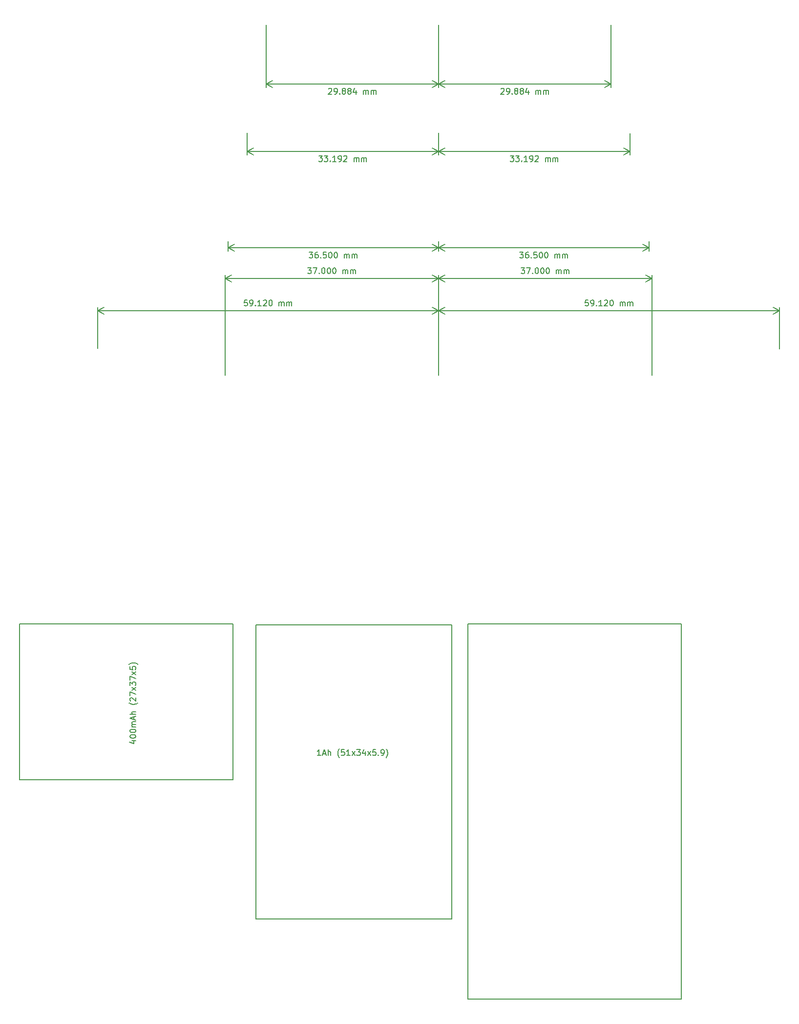
<source format=gbr>
G04 #@! TF.GenerationSoftware,KiCad,Pcbnew,(6.0.0-rc1-dev-1469-g932b9a334)*
G04 #@! TF.CreationDate,2019-09-07T17:34:57-07:00
G04 #@! TF.ProjectId,Laptreus-v2,4c617074-7265-4757-932d-76322e6b6963,rev?*
G04 #@! TF.SameCoordinates,Original*
G04 #@! TF.FileFunction,Other,ECO2*
%FSLAX46Y46*%
G04 Gerber Fmt 4.6, Leading zero omitted, Abs format (unit mm)*
G04 Created by KiCad (PCBNEW (6.0.0-rc1-dev-1469-g932b9a334)) date Saturday, September 07, 2019 at 05:34:57 PM*
%MOMM*%
%LPD*%
G04 APERTURE LIST*
%ADD10C,0.150000*%
G04 APERTURE END LIST*
D10*
X212555113Y-219053583D02*
X211983685Y-219053583D01*
X212269399Y-219053583D02*
X212269399Y-218053583D01*
X212174161Y-218196441D01*
X212078923Y-218291679D01*
X211983685Y-218339298D01*
X212936066Y-218767869D02*
X213412256Y-218767869D01*
X212840828Y-219053583D02*
X213174161Y-218053583D01*
X213507494Y-219053583D01*
X213840828Y-219053583D02*
X213840828Y-218053583D01*
X214269399Y-219053583D02*
X214269399Y-218529774D01*
X214221780Y-218434536D01*
X214126542Y-218386917D01*
X213983685Y-218386917D01*
X213888447Y-218434536D01*
X213840828Y-218482155D01*
X215793209Y-219434536D02*
X215745590Y-219386917D01*
X215650352Y-219244060D01*
X215602733Y-219148822D01*
X215555113Y-219005964D01*
X215507494Y-218767869D01*
X215507494Y-218577393D01*
X215555113Y-218339298D01*
X215602733Y-218196441D01*
X215650352Y-218101203D01*
X215745590Y-217958345D01*
X215793209Y-217910726D01*
X216650352Y-218053583D02*
X216174161Y-218053583D01*
X216126542Y-218529774D01*
X216174161Y-218482155D01*
X216269399Y-218434536D01*
X216507494Y-218434536D01*
X216602733Y-218482155D01*
X216650352Y-218529774D01*
X216697971Y-218625012D01*
X216697971Y-218863107D01*
X216650352Y-218958345D01*
X216602733Y-219005964D01*
X216507494Y-219053583D01*
X216269399Y-219053583D01*
X216174161Y-219005964D01*
X216126542Y-218958345D01*
X217650352Y-219053583D02*
X217078923Y-219053583D01*
X217364637Y-219053583D02*
X217364637Y-218053583D01*
X217269399Y-218196441D01*
X217174161Y-218291679D01*
X217078923Y-218339298D01*
X217983685Y-219053583D02*
X218507494Y-218386917D01*
X217983685Y-218386917D02*
X218507494Y-219053583D01*
X218793209Y-218053583D02*
X219412256Y-218053583D01*
X219078923Y-218434536D01*
X219221780Y-218434536D01*
X219317018Y-218482155D01*
X219364637Y-218529774D01*
X219412256Y-218625012D01*
X219412256Y-218863107D01*
X219364637Y-218958345D01*
X219317018Y-219005964D01*
X219221780Y-219053583D01*
X218936066Y-219053583D01*
X218840828Y-219005964D01*
X218793209Y-218958345D01*
X220269399Y-218386917D02*
X220269399Y-219053583D01*
X220031304Y-218005964D02*
X219793209Y-218720250D01*
X220412256Y-218720250D01*
X220697971Y-219053583D02*
X221221780Y-218386917D01*
X220697971Y-218386917D02*
X221221780Y-219053583D01*
X222078923Y-218053583D02*
X221602733Y-218053583D01*
X221555113Y-218529774D01*
X221602733Y-218482155D01*
X221697971Y-218434536D01*
X221936066Y-218434536D01*
X222031304Y-218482155D01*
X222078923Y-218529774D01*
X222126542Y-218625012D01*
X222126542Y-218863107D01*
X222078923Y-218958345D01*
X222031304Y-219005964D01*
X221936066Y-219053583D01*
X221697971Y-219053583D01*
X221602733Y-219005964D01*
X221555113Y-218958345D01*
X222555113Y-218958345D02*
X222602733Y-219005964D01*
X222555113Y-219053583D01*
X222507494Y-219005964D01*
X222555113Y-218958345D01*
X222555113Y-219053583D01*
X223078923Y-219053583D02*
X223269399Y-219053583D01*
X223364637Y-219005964D01*
X223412256Y-218958345D01*
X223507494Y-218815488D01*
X223555113Y-218625012D01*
X223555113Y-218244060D01*
X223507494Y-218148822D01*
X223459875Y-218101203D01*
X223364637Y-218053583D01*
X223174161Y-218053583D01*
X223078923Y-218101203D01*
X223031304Y-218148822D01*
X222983685Y-218244060D01*
X222983685Y-218482155D01*
X223031304Y-218577393D01*
X223078923Y-218625012D01*
X223174161Y-218672631D01*
X223364637Y-218672631D01*
X223459875Y-218625012D01*
X223507494Y-218577393D01*
X223555113Y-218482155D01*
X223888447Y-219434536D02*
X223936066Y-219386917D01*
X224031304Y-219244060D01*
X224078923Y-219148822D01*
X224126542Y-219005964D01*
X224174161Y-218767869D01*
X224174161Y-218577393D01*
X224126542Y-218339298D01*
X224078923Y-218196441D01*
X224031304Y-218101203D01*
X223936066Y-217958345D01*
X223888447Y-217910726D01*
X179815955Y-216521960D02*
X180482621Y-216521960D01*
X179435002Y-216760055D02*
X180149288Y-216998150D01*
X180149288Y-216379102D01*
X179482621Y-215807674D02*
X179482621Y-215712436D01*
X179530241Y-215617198D01*
X179577860Y-215569579D01*
X179673098Y-215521960D01*
X179863574Y-215474341D01*
X180101669Y-215474341D01*
X180292145Y-215521960D01*
X180387383Y-215569579D01*
X180435002Y-215617198D01*
X180482621Y-215712436D01*
X180482621Y-215807674D01*
X180435002Y-215902912D01*
X180387383Y-215950531D01*
X180292145Y-215998150D01*
X180101669Y-216045769D01*
X179863574Y-216045769D01*
X179673098Y-215998150D01*
X179577860Y-215950531D01*
X179530241Y-215902912D01*
X179482621Y-215807674D01*
X179482621Y-214855293D02*
X179482621Y-214760055D01*
X179530241Y-214664817D01*
X179577860Y-214617198D01*
X179673098Y-214569579D01*
X179863574Y-214521960D01*
X180101669Y-214521960D01*
X180292145Y-214569579D01*
X180387383Y-214617198D01*
X180435002Y-214664817D01*
X180482621Y-214760055D01*
X180482621Y-214855293D01*
X180435002Y-214950531D01*
X180387383Y-214998150D01*
X180292145Y-215045769D01*
X180101669Y-215093388D01*
X179863574Y-215093388D01*
X179673098Y-215045769D01*
X179577860Y-214998150D01*
X179530241Y-214950531D01*
X179482621Y-214855293D01*
X180482621Y-214093388D02*
X179815955Y-214093388D01*
X179911193Y-214093388D02*
X179863574Y-214045769D01*
X179815955Y-213950531D01*
X179815955Y-213807674D01*
X179863574Y-213712436D01*
X179958812Y-213664817D01*
X180482621Y-213664817D01*
X179958812Y-213664817D02*
X179863574Y-213617198D01*
X179815955Y-213521960D01*
X179815955Y-213379102D01*
X179863574Y-213283864D01*
X179958812Y-213236245D01*
X180482621Y-213236245D01*
X180196907Y-212807674D02*
X180196907Y-212331483D01*
X180482621Y-212902912D02*
X179482621Y-212569579D01*
X180482621Y-212236245D01*
X180482621Y-211902912D02*
X179482621Y-211902912D01*
X180482621Y-211474341D02*
X179958812Y-211474341D01*
X179863574Y-211521960D01*
X179815955Y-211617198D01*
X179815955Y-211760055D01*
X179863574Y-211855293D01*
X179911193Y-211902912D01*
X180863574Y-209950531D02*
X180815955Y-209998150D01*
X180673098Y-210093388D01*
X180577860Y-210141007D01*
X180435002Y-210188626D01*
X180196907Y-210236245D01*
X180006431Y-210236245D01*
X179768336Y-210188626D01*
X179625479Y-210141007D01*
X179530241Y-210093388D01*
X179387383Y-209998150D01*
X179339764Y-209950531D01*
X179577860Y-209617198D02*
X179530241Y-209569579D01*
X179482621Y-209474341D01*
X179482621Y-209236245D01*
X179530241Y-209141007D01*
X179577860Y-209093388D01*
X179673098Y-209045769D01*
X179768336Y-209045769D01*
X179911193Y-209093388D01*
X180482621Y-209664817D01*
X180482621Y-209045769D01*
X179482621Y-208712436D02*
X179482621Y-208045769D01*
X180482621Y-208474341D01*
X180482621Y-207760055D02*
X179815955Y-207236245D01*
X179815955Y-207760055D02*
X180482621Y-207236245D01*
X179482621Y-206950531D02*
X179482621Y-206331483D01*
X179863574Y-206664817D01*
X179863574Y-206521960D01*
X179911193Y-206426721D01*
X179958812Y-206379102D01*
X180054050Y-206331483D01*
X180292145Y-206331483D01*
X180387383Y-206379102D01*
X180435002Y-206426721D01*
X180482621Y-206521960D01*
X180482621Y-206807674D01*
X180435002Y-206902912D01*
X180387383Y-206950531D01*
X179482621Y-205998150D02*
X179482621Y-205331483D01*
X180482621Y-205760055D01*
X180482621Y-205045769D02*
X179815955Y-204521960D01*
X179815955Y-205045769D02*
X180482621Y-204521960D01*
X179482621Y-203664817D02*
X179482621Y-204141007D01*
X179958812Y-204188626D01*
X179911193Y-204141007D01*
X179863574Y-204045769D01*
X179863574Y-203807674D01*
X179911193Y-203712436D01*
X179958812Y-203664817D01*
X180054050Y-203617198D01*
X180292145Y-203617198D01*
X180387383Y-203664817D01*
X180435002Y-203712436D01*
X180482621Y-203807674D01*
X180482621Y-204045769D01*
X180435002Y-204141007D01*
X180387383Y-204188626D01*
X180863574Y-203283864D02*
X180815955Y-203236245D01*
X180673098Y-203141007D01*
X180577860Y-203093388D01*
X180435002Y-203045769D01*
X180196907Y-202998150D01*
X180006431Y-202998150D01*
X179768336Y-203045769D01*
X179625479Y-203093388D01*
X179530241Y-203141007D01*
X179387383Y-203236245D01*
X179339764Y-203283864D01*
X213904245Y-103541147D02*
X213951864Y-103493528D01*
X214047103Y-103445908D01*
X214285198Y-103445908D01*
X214380436Y-103493528D01*
X214428055Y-103541147D01*
X214475674Y-103636385D01*
X214475674Y-103731623D01*
X214428055Y-103874480D01*
X213856626Y-104445908D01*
X214475674Y-104445908D01*
X214951864Y-104445908D02*
X215142341Y-104445908D01*
X215237579Y-104398289D01*
X215285198Y-104350670D01*
X215380436Y-104207813D01*
X215428055Y-104017337D01*
X215428055Y-103636385D01*
X215380436Y-103541147D01*
X215332817Y-103493528D01*
X215237579Y-103445908D01*
X215047103Y-103445908D01*
X214951864Y-103493528D01*
X214904245Y-103541147D01*
X214856626Y-103636385D01*
X214856626Y-103874480D01*
X214904245Y-103969718D01*
X214951864Y-104017337D01*
X215047103Y-104064956D01*
X215237579Y-104064956D01*
X215332817Y-104017337D01*
X215380436Y-103969718D01*
X215428055Y-103874480D01*
X215856626Y-104350670D02*
X215904245Y-104398289D01*
X215856626Y-104445908D01*
X215809007Y-104398289D01*
X215856626Y-104350670D01*
X215856626Y-104445908D01*
X216475674Y-103874480D02*
X216380436Y-103826861D01*
X216332817Y-103779242D01*
X216285198Y-103684004D01*
X216285198Y-103636385D01*
X216332817Y-103541147D01*
X216380436Y-103493528D01*
X216475674Y-103445908D01*
X216666150Y-103445908D01*
X216761388Y-103493528D01*
X216809007Y-103541147D01*
X216856626Y-103636385D01*
X216856626Y-103684004D01*
X216809007Y-103779242D01*
X216761388Y-103826861D01*
X216666150Y-103874480D01*
X216475674Y-103874480D01*
X216380436Y-103922099D01*
X216332817Y-103969718D01*
X216285198Y-104064956D01*
X216285198Y-104255432D01*
X216332817Y-104350670D01*
X216380436Y-104398289D01*
X216475674Y-104445908D01*
X216666150Y-104445908D01*
X216761388Y-104398289D01*
X216809007Y-104350670D01*
X216856626Y-104255432D01*
X216856626Y-104064956D01*
X216809007Y-103969718D01*
X216761388Y-103922099D01*
X216666150Y-103874480D01*
X217428055Y-103874480D02*
X217332817Y-103826861D01*
X217285198Y-103779242D01*
X217237579Y-103684004D01*
X217237579Y-103636385D01*
X217285198Y-103541147D01*
X217332817Y-103493528D01*
X217428055Y-103445908D01*
X217618531Y-103445908D01*
X217713769Y-103493528D01*
X217761388Y-103541147D01*
X217809007Y-103636385D01*
X217809007Y-103684004D01*
X217761388Y-103779242D01*
X217713769Y-103826861D01*
X217618531Y-103874480D01*
X217428055Y-103874480D01*
X217332817Y-103922099D01*
X217285198Y-103969718D01*
X217237579Y-104064956D01*
X217237579Y-104255432D01*
X217285198Y-104350670D01*
X217332817Y-104398289D01*
X217428055Y-104445908D01*
X217618531Y-104445908D01*
X217713769Y-104398289D01*
X217761388Y-104350670D01*
X217809007Y-104255432D01*
X217809007Y-104064956D01*
X217761388Y-103969718D01*
X217713769Y-103922099D01*
X217618531Y-103874480D01*
X218666150Y-103779242D02*
X218666150Y-104445908D01*
X218428055Y-103398289D02*
X218189960Y-104112575D01*
X218809007Y-104112575D01*
X219951864Y-104445908D02*
X219951864Y-103779242D01*
X219951864Y-103874480D02*
X219999483Y-103826861D01*
X220094722Y-103779242D01*
X220237579Y-103779242D01*
X220332817Y-103826861D01*
X220380436Y-103922099D01*
X220380436Y-104445908D01*
X220380436Y-103922099D02*
X220428055Y-103826861D01*
X220523293Y-103779242D01*
X220666150Y-103779242D01*
X220761388Y-103826861D01*
X220809007Y-103922099D01*
X220809007Y-104445908D01*
X221285198Y-104445908D02*
X221285198Y-103779242D01*
X221285198Y-103874480D02*
X221332817Y-103826861D01*
X221428055Y-103779242D01*
X221570912Y-103779242D01*
X221666150Y-103826861D01*
X221713769Y-103922099D01*
X221713769Y-104445908D01*
X221713769Y-103922099D02*
X221761388Y-103826861D01*
X221856626Y-103779242D01*
X221999483Y-103779242D01*
X222094722Y-103826861D01*
X222142341Y-103922099D01*
X222142341Y-104445908D01*
X203105269Y-102693528D02*
X232988939Y-102693527D01*
X203105267Y-92426084D02*
X203105268Y-103279948D01*
X232988939Y-92426084D02*
X232988939Y-103279948D01*
X232988939Y-102693527D02*
X231862436Y-103279950D01*
X232988939Y-102693527D02*
X231862435Y-102107107D01*
X203105269Y-102693528D02*
X204231773Y-103279949D01*
X203105269Y-102693528D02*
X204231773Y-102107107D01*
X212202627Y-115127432D02*
X212821675Y-115127432D01*
X212488342Y-115508385D01*
X212631199Y-115508385D01*
X212726437Y-115556004D01*
X212774056Y-115603623D01*
X212821675Y-115698861D01*
X212821675Y-115936956D01*
X212774056Y-116032194D01*
X212726437Y-116079813D01*
X212631199Y-116127432D01*
X212345484Y-116127432D01*
X212250246Y-116079813D01*
X212202627Y-116032194D01*
X213155008Y-115127432D02*
X213774056Y-115127432D01*
X213440723Y-115508385D01*
X213583580Y-115508385D01*
X213678818Y-115556004D01*
X213726437Y-115603623D01*
X213774056Y-115698861D01*
X213774056Y-115936956D01*
X213726437Y-116032194D01*
X213678818Y-116079813D01*
X213583580Y-116127432D01*
X213297865Y-116127432D01*
X213202627Y-116079813D01*
X213155008Y-116032194D01*
X214202627Y-116032194D02*
X214250246Y-116079813D01*
X214202627Y-116127432D01*
X214155008Y-116079813D01*
X214202627Y-116032194D01*
X214202627Y-116127432D01*
X215202627Y-116127432D02*
X214631199Y-116127432D01*
X214916913Y-116127432D02*
X214916913Y-115127432D01*
X214821675Y-115270290D01*
X214726437Y-115365528D01*
X214631199Y-115413147D01*
X215678818Y-116127432D02*
X215869294Y-116127432D01*
X215964532Y-116079813D01*
X216012151Y-116032194D01*
X216107389Y-115889337D01*
X216155008Y-115698861D01*
X216155008Y-115317909D01*
X216107389Y-115222671D01*
X216059770Y-115175052D01*
X215964532Y-115127432D01*
X215774056Y-115127432D01*
X215678818Y-115175052D01*
X215631199Y-115222671D01*
X215583580Y-115317909D01*
X215583580Y-115556004D01*
X215631199Y-115651242D01*
X215678818Y-115698861D01*
X215774056Y-115746480D01*
X215964532Y-115746480D01*
X216059770Y-115698861D01*
X216107389Y-115651242D01*
X216155008Y-115556004D01*
X216535961Y-115222671D02*
X216583580Y-115175052D01*
X216678818Y-115127432D01*
X216916913Y-115127432D01*
X217012151Y-115175052D01*
X217059770Y-115222671D01*
X217107389Y-115317909D01*
X217107389Y-115413147D01*
X217059770Y-115556004D01*
X216488342Y-116127432D01*
X217107389Y-116127432D01*
X218297865Y-116127432D02*
X218297865Y-115460766D01*
X218297865Y-115556004D02*
X218345484Y-115508385D01*
X218440723Y-115460766D01*
X218583580Y-115460766D01*
X218678818Y-115508385D01*
X218726437Y-115603623D01*
X218726437Y-116127432D01*
X218726437Y-115603623D02*
X218774056Y-115508385D01*
X218869294Y-115460766D01*
X219012151Y-115460766D01*
X219107389Y-115508385D01*
X219155008Y-115603623D01*
X219155008Y-116127432D01*
X219631199Y-116127432D02*
X219631199Y-115460766D01*
X219631199Y-115556004D02*
X219678818Y-115508385D01*
X219774056Y-115460766D01*
X219916913Y-115460766D01*
X220012151Y-115508385D01*
X220059770Y-115603623D01*
X220059770Y-116127432D01*
X220059770Y-115603623D02*
X220107389Y-115508385D01*
X220202627Y-115460766D01*
X220345484Y-115460766D01*
X220440723Y-115508385D01*
X220488342Y-115603623D01*
X220488342Y-116127432D01*
X199797271Y-114375053D02*
X232988940Y-114375054D01*
X199797271Y-111186672D02*
X199797270Y-114961474D01*
X232988939Y-111186672D02*
X232988940Y-114961474D01*
X232988940Y-114375054D02*
X231862435Y-114961475D01*
X232988940Y-114375054D02*
X231862435Y-113788633D01*
X199797271Y-114375053D02*
X200923775Y-114961474D01*
X199797271Y-114375053D02*
X200923775Y-113788633D01*
X245394474Y-115127758D02*
X246013522Y-115127758D01*
X245680189Y-115508711D01*
X245823046Y-115508711D01*
X245918284Y-115556330D01*
X245965903Y-115603949D01*
X246013522Y-115699187D01*
X246013522Y-115937282D01*
X245965903Y-116032520D01*
X245918284Y-116080139D01*
X245823046Y-116127758D01*
X245537331Y-116127758D01*
X245442093Y-116080139D01*
X245394474Y-116032520D01*
X246346855Y-115127758D02*
X246965903Y-115127758D01*
X246632570Y-115508711D01*
X246775427Y-115508711D01*
X246870665Y-115556330D01*
X246918284Y-115603949D01*
X246965903Y-115699187D01*
X246965903Y-115937282D01*
X246918284Y-116032520D01*
X246870665Y-116080139D01*
X246775427Y-116127758D01*
X246489712Y-116127758D01*
X246394474Y-116080139D01*
X246346855Y-116032520D01*
X247394474Y-116032520D02*
X247442093Y-116080139D01*
X247394474Y-116127758D01*
X247346855Y-116080139D01*
X247394474Y-116032520D01*
X247394474Y-116127758D01*
X248394474Y-116127758D02*
X247823046Y-116127758D01*
X248108760Y-116127758D02*
X248108760Y-115127758D01*
X248013522Y-115270616D01*
X247918284Y-115365854D01*
X247823046Y-115413473D01*
X248870665Y-116127758D02*
X249061141Y-116127758D01*
X249156379Y-116080139D01*
X249203998Y-116032520D01*
X249299236Y-115889663D01*
X249346855Y-115699187D01*
X249346855Y-115318235D01*
X249299236Y-115222997D01*
X249251617Y-115175378D01*
X249156379Y-115127758D01*
X248965903Y-115127758D01*
X248870665Y-115175378D01*
X248823046Y-115222997D01*
X248775427Y-115318235D01*
X248775427Y-115556330D01*
X248823046Y-115651568D01*
X248870665Y-115699187D01*
X248965903Y-115746806D01*
X249156379Y-115746806D01*
X249251617Y-115699187D01*
X249299236Y-115651568D01*
X249346855Y-115556330D01*
X249727808Y-115222997D02*
X249775427Y-115175378D01*
X249870665Y-115127758D01*
X250108760Y-115127758D01*
X250203998Y-115175378D01*
X250251617Y-115222997D01*
X250299236Y-115318235D01*
X250299236Y-115413473D01*
X250251617Y-115556330D01*
X249680189Y-116127758D01*
X250299236Y-116127758D01*
X251489712Y-116127758D02*
X251489712Y-115461092D01*
X251489712Y-115556330D02*
X251537331Y-115508711D01*
X251632570Y-115461092D01*
X251775427Y-115461092D01*
X251870665Y-115508711D01*
X251918284Y-115603949D01*
X251918284Y-116127758D01*
X251918284Y-115603949D02*
X251965903Y-115508711D01*
X252061141Y-115461092D01*
X252203998Y-115461092D01*
X252299236Y-115508711D01*
X252346855Y-115603949D01*
X252346855Y-116127758D01*
X252823046Y-116127758D02*
X252823046Y-115461092D01*
X252823046Y-115556330D02*
X252870665Y-115508711D01*
X252965903Y-115461092D01*
X253108760Y-115461092D01*
X253203998Y-115508711D01*
X253251617Y-115603949D01*
X253251617Y-116127758D01*
X253251617Y-115603949D02*
X253299236Y-115508711D01*
X253394474Y-115461092D01*
X253537331Y-115461092D01*
X253632570Y-115508711D01*
X253680189Y-115603949D01*
X253680189Y-116127758D01*
X266180967Y-114375380D02*
X232988940Y-114375378D01*
X266180967Y-111229247D02*
X266180967Y-114961800D01*
X232988939Y-111229246D02*
X232988940Y-114961800D01*
X232988940Y-114375378D02*
X234115444Y-113788957D01*
X232988940Y-114375378D02*
X234115443Y-114961799D01*
X266180967Y-114375380D02*
X265054462Y-113788959D01*
X266180967Y-114375380D02*
X265054463Y-114961801D01*
X258929863Y-140145908D02*
X258453672Y-140145908D01*
X258406053Y-140622099D01*
X258453672Y-140574480D01*
X258548911Y-140526861D01*
X258787006Y-140526861D01*
X258882244Y-140574480D01*
X258929863Y-140622099D01*
X258977482Y-140717337D01*
X258977482Y-140955432D01*
X258929863Y-141050670D01*
X258882244Y-141098289D01*
X258787006Y-141145908D01*
X258548911Y-141145908D01*
X258453672Y-141098289D01*
X258406053Y-141050670D01*
X259453672Y-141145908D02*
X259644149Y-141145908D01*
X259739387Y-141098289D01*
X259787006Y-141050670D01*
X259882244Y-140907813D01*
X259929863Y-140717337D01*
X259929863Y-140336385D01*
X259882244Y-140241147D01*
X259834625Y-140193528D01*
X259739387Y-140145908D01*
X259548911Y-140145908D01*
X259453672Y-140193528D01*
X259406053Y-140241147D01*
X259358434Y-140336385D01*
X259358434Y-140574480D01*
X259406053Y-140669718D01*
X259453672Y-140717337D01*
X259548911Y-140764956D01*
X259739387Y-140764956D01*
X259834625Y-140717337D01*
X259882244Y-140669718D01*
X259929863Y-140574480D01*
X260358434Y-141050670D02*
X260406053Y-141098289D01*
X260358434Y-141145908D01*
X260310815Y-141098289D01*
X260358434Y-141050670D01*
X260358434Y-141145908D01*
X261358434Y-141145908D02*
X260787006Y-141145908D01*
X261072720Y-141145908D02*
X261072720Y-140145908D01*
X260977482Y-140288766D01*
X260882244Y-140384004D01*
X260787006Y-140431623D01*
X261739387Y-140241147D02*
X261787006Y-140193528D01*
X261882244Y-140145908D01*
X262120339Y-140145908D01*
X262215577Y-140193528D01*
X262263196Y-140241147D01*
X262310815Y-140336385D01*
X262310815Y-140431623D01*
X262263196Y-140574480D01*
X261691768Y-141145908D01*
X262310815Y-141145908D01*
X262929863Y-140145908D02*
X263025101Y-140145908D01*
X263120339Y-140193528D01*
X263167958Y-140241147D01*
X263215577Y-140336385D01*
X263263196Y-140526861D01*
X263263196Y-140764956D01*
X263215577Y-140955432D01*
X263167958Y-141050670D01*
X263120339Y-141098289D01*
X263025101Y-141145908D01*
X262929863Y-141145908D01*
X262834625Y-141098289D01*
X262787006Y-141050670D01*
X262739387Y-140955432D01*
X262691768Y-140764956D01*
X262691768Y-140526861D01*
X262739387Y-140336385D01*
X262787006Y-140241147D01*
X262834625Y-140193528D01*
X262929863Y-140145908D01*
X264453672Y-141145908D02*
X264453672Y-140479242D01*
X264453672Y-140574480D02*
X264501291Y-140526861D01*
X264596530Y-140479242D01*
X264739387Y-140479242D01*
X264834625Y-140526861D01*
X264882244Y-140622099D01*
X264882244Y-141145908D01*
X264882244Y-140622099D02*
X264929863Y-140526861D01*
X265025101Y-140479242D01*
X265167958Y-140479242D01*
X265263196Y-140526861D01*
X265310815Y-140622099D01*
X265310815Y-141145908D01*
X265787006Y-141145908D02*
X265787006Y-140479242D01*
X265787006Y-140574480D02*
X265834625Y-140526861D01*
X265929863Y-140479242D01*
X266072720Y-140479242D01*
X266167958Y-140526861D01*
X266215577Y-140622099D01*
X266215577Y-141145908D01*
X266215577Y-140622099D02*
X266263196Y-140526861D01*
X266358434Y-140479242D01*
X266501291Y-140479242D01*
X266596530Y-140526861D01*
X266644149Y-140622099D01*
X266644149Y-141145908D01*
X292108882Y-141993528D02*
X232988939Y-141993528D01*
X292108883Y-148569190D02*
X292108882Y-141407107D01*
X232988940Y-148569189D02*
X232988939Y-141407107D01*
X232988939Y-141993528D02*
X234115444Y-141407108D01*
X232988939Y-141993528D02*
X234115444Y-142579950D01*
X292108882Y-141993528D02*
X290982378Y-141407106D01*
X292108882Y-141993528D02*
X290982378Y-142579950D01*
X199810098Y-140145908D02*
X199333907Y-140145908D01*
X199286288Y-140622099D01*
X199333907Y-140574480D01*
X199429146Y-140526861D01*
X199667241Y-140526861D01*
X199762479Y-140574480D01*
X199810098Y-140622099D01*
X199857717Y-140717337D01*
X199857717Y-140955432D01*
X199810098Y-141050670D01*
X199762479Y-141098289D01*
X199667241Y-141145908D01*
X199429146Y-141145908D01*
X199333907Y-141098289D01*
X199286288Y-141050670D01*
X200333907Y-141145908D02*
X200524384Y-141145908D01*
X200619622Y-141098289D01*
X200667241Y-141050670D01*
X200762479Y-140907813D01*
X200810098Y-140717337D01*
X200810098Y-140336385D01*
X200762479Y-140241147D01*
X200714860Y-140193528D01*
X200619622Y-140145908D01*
X200429146Y-140145908D01*
X200333907Y-140193528D01*
X200286288Y-140241147D01*
X200238669Y-140336385D01*
X200238669Y-140574480D01*
X200286288Y-140669718D01*
X200333907Y-140717337D01*
X200429146Y-140764956D01*
X200619622Y-140764956D01*
X200714860Y-140717337D01*
X200762479Y-140669718D01*
X200810098Y-140574480D01*
X201238669Y-141050670D02*
X201286288Y-141098289D01*
X201238669Y-141145908D01*
X201191050Y-141098289D01*
X201238669Y-141050670D01*
X201238669Y-141145908D01*
X202238669Y-141145908D02*
X201667241Y-141145908D01*
X201952955Y-141145908D02*
X201952955Y-140145908D01*
X201857717Y-140288766D01*
X201762479Y-140384004D01*
X201667241Y-140431623D01*
X202619622Y-140241147D02*
X202667241Y-140193528D01*
X202762479Y-140145908D01*
X203000574Y-140145908D01*
X203095812Y-140193528D01*
X203143431Y-140241147D01*
X203191050Y-140336385D01*
X203191050Y-140431623D01*
X203143431Y-140574480D01*
X202572003Y-141145908D01*
X203191050Y-141145908D01*
X203810098Y-140145908D02*
X203905336Y-140145908D01*
X204000574Y-140193528D01*
X204048193Y-140241147D01*
X204095812Y-140336385D01*
X204143431Y-140526861D01*
X204143431Y-140764956D01*
X204095812Y-140955432D01*
X204048193Y-141050670D01*
X204000574Y-141098289D01*
X203905336Y-141145908D01*
X203810098Y-141145908D01*
X203714860Y-141098289D01*
X203667241Y-141050670D01*
X203619622Y-140955432D01*
X203572003Y-140764956D01*
X203572003Y-140526861D01*
X203619622Y-140336385D01*
X203667241Y-140241147D01*
X203714860Y-140193528D01*
X203810098Y-140145908D01*
X205333907Y-141145908D02*
X205333907Y-140479242D01*
X205333907Y-140574480D02*
X205381526Y-140526861D01*
X205476765Y-140479242D01*
X205619622Y-140479242D01*
X205714860Y-140526861D01*
X205762479Y-140622099D01*
X205762479Y-141145908D01*
X205762479Y-140622099D02*
X205810098Y-140526861D01*
X205905336Y-140479242D01*
X206048193Y-140479242D01*
X206143431Y-140526861D01*
X206191050Y-140622099D01*
X206191050Y-141145908D01*
X206667241Y-141145908D02*
X206667241Y-140479242D01*
X206667241Y-140574480D02*
X206714860Y-140526861D01*
X206810098Y-140479242D01*
X206952955Y-140479242D01*
X207048193Y-140526861D01*
X207095812Y-140622099D01*
X207095812Y-141145908D01*
X207095812Y-140622099D02*
X207143431Y-140526861D01*
X207238669Y-140479242D01*
X207381526Y-140479242D01*
X207476765Y-140526861D01*
X207524384Y-140622099D01*
X207524384Y-141145908D01*
X173869353Y-141993528D02*
X232988939Y-141993528D01*
X173869354Y-148526616D02*
X173869353Y-141407107D01*
X232988939Y-148526614D02*
X232988939Y-141407107D01*
X232988939Y-141993528D02*
X231862436Y-142579949D01*
X232988939Y-141993528D02*
X231862435Y-141407107D01*
X173869353Y-141993528D02*
X174995858Y-142579950D01*
X173869353Y-141993528D02*
X174995858Y-141407107D01*
X210548628Y-131845908D02*
X211167676Y-131845908D01*
X210834343Y-132226861D01*
X210977200Y-132226861D01*
X211072438Y-132274480D01*
X211120057Y-132322099D01*
X211167676Y-132417337D01*
X211167676Y-132655432D01*
X211120057Y-132750670D01*
X211072438Y-132798289D01*
X210977200Y-132845908D01*
X210691485Y-132845908D01*
X210596247Y-132798289D01*
X210548628Y-132750670D01*
X212024819Y-131845908D02*
X211834343Y-131845908D01*
X211739105Y-131893528D01*
X211691485Y-131941147D01*
X211596247Y-132084004D01*
X211548628Y-132274480D01*
X211548628Y-132655432D01*
X211596247Y-132750670D01*
X211643866Y-132798289D01*
X211739105Y-132845908D01*
X211929581Y-132845908D01*
X212024819Y-132798289D01*
X212072438Y-132750670D01*
X212120057Y-132655432D01*
X212120057Y-132417337D01*
X212072438Y-132322099D01*
X212024819Y-132274480D01*
X211929581Y-132226861D01*
X211739105Y-132226861D01*
X211643866Y-132274480D01*
X211596247Y-132322099D01*
X211548628Y-132417337D01*
X212548628Y-132750670D02*
X212596247Y-132798289D01*
X212548628Y-132845908D01*
X212501009Y-132798289D01*
X212548628Y-132750670D01*
X212548628Y-132845908D01*
X213501009Y-131845908D02*
X213024819Y-131845908D01*
X212977200Y-132322099D01*
X213024819Y-132274480D01*
X213120057Y-132226861D01*
X213358152Y-132226861D01*
X213453390Y-132274480D01*
X213501009Y-132322099D01*
X213548628Y-132417337D01*
X213548628Y-132655432D01*
X213501009Y-132750670D01*
X213453390Y-132798289D01*
X213358152Y-132845908D01*
X213120057Y-132845908D01*
X213024819Y-132798289D01*
X212977200Y-132750670D01*
X214167676Y-131845908D02*
X214262914Y-131845908D01*
X214358152Y-131893528D01*
X214405771Y-131941147D01*
X214453390Y-132036385D01*
X214501009Y-132226861D01*
X214501009Y-132464956D01*
X214453390Y-132655432D01*
X214405771Y-132750670D01*
X214358152Y-132798289D01*
X214262914Y-132845908D01*
X214167676Y-132845908D01*
X214072438Y-132798289D01*
X214024819Y-132750670D01*
X213977200Y-132655432D01*
X213929581Y-132464956D01*
X213929581Y-132226861D01*
X213977200Y-132036385D01*
X214024819Y-131941147D01*
X214072438Y-131893528D01*
X214167676Y-131845908D01*
X215120057Y-131845908D02*
X215215295Y-131845908D01*
X215310533Y-131893528D01*
X215358152Y-131941147D01*
X215405771Y-132036385D01*
X215453390Y-132226861D01*
X215453390Y-132464956D01*
X215405771Y-132655432D01*
X215358152Y-132750670D01*
X215310533Y-132798289D01*
X215215295Y-132845908D01*
X215120057Y-132845908D01*
X215024819Y-132798289D01*
X214977200Y-132750670D01*
X214929581Y-132655432D01*
X214881962Y-132464956D01*
X214881962Y-132226861D01*
X214929581Y-132036385D01*
X214977200Y-131941147D01*
X215024819Y-131893528D01*
X215120057Y-131845908D01*
X216643866Y-132845908D02*
X216643866Y-132179242D01*
X216643866Y-132274480D02*
X216691485Y-132226861D01*
X216786724Y-132179242D01*
X216929581Y-132179242D01*
X217024819Y-132226861D01*
X217072438Y-132322099D01*
X217072438Y-132845908D01*
X217072438Y-132322099D02*
X217120057Y-132226861D01*
X217215295Y-132179242D01*
X217358152Y-132179242D01*
X217453390Y-132226861D01*
X217501009Y-132322099D01*
X217501009Y-132845908D01*
X217977200Y-132845908D02*
X217977200Y-132179242D01*
X217977200Y-132274480D02*
X218024819Y-132226861D01*
X218120057Y-132179242D01*
X218262914Y-132179242D01*
X218358152Y-132226861D01*
X218405771Y-132322099D01*
X218405771Y-132845908D01*
X218405771Y-132322099D02*
X218453390Y-132226861D01*
X218548628Y-132179242D01*
X218691485Y-132179242D01*
X218786724Y-132226861D01*
X218834343Y-132322099D01*
X218834343Y-132845908D01*
X196489272Y-131093528D02*
X232988940Y-131093528D01*
X196489272Y-129947260D02*
X196489273Y-131679949D01*
X232988940Y-129947260D02*
X232988939Y-131679950D01*
X232988940Y-131093528D02*
X231862436Y-131679950D01*
X232988940Y-131093528D02*
X231862436Y-130507107D01*
X196489272Y-131093528D02*
X197615777Y-131679948D01*
X196489272Y-131093528D02*
X197615775Y-130507107D01*
X247048474Y-131845908D02*
X247667522Y-131845908D01*
X247334189Y-132226861D01*
X247477046Y-132226861D01*
X247572284Y-132274480D01*
X247619903Y-132322099D01*
X247667522Y-132417337D01*
X247667522Y-132655432D01*
X247619903Y-132750670D01*
X247572284Y-132798289D01*
X247477046Y-132845908D01*
X247191331Y-132845908D01*
X247096093Y-132798289D01*
X247048474Y-132750670D01*
X248524665Y-131845908D02*
X248334189Y-131845908D01*
X248238951Y-131893528D01*
X248191331Y-131941147D01*
X248096093Y-132084004D01*
X248048474Y-132274480D01*
X248048474Y-132655432D01*
X248096093Y-132750670D01*
X248143712Y-132798289D01*
X248238951Y-132845908D01*
X248429427Y-132845908D01*
X248524665Y-132798289D01*
X248572284Y-132750670D01*
X248619903Y-132655432D01*
X248619903Y-132417337D01*
X248572284Y-132322099D01*
X248524665Y-132274480D01*
X248429427Y-132226861D01*
X248238951Y-132226861D01*
X248143712Y-132274480D01*
X248096093Y-132322099D01*
X248048474Y-132417337D01*
X249048474Y-132750670D02*
X249096093Y-132798289D01*
X249048474Y-132845908D01*
X249000855Y-132798289D01*
X249048474Y-132750670D01*
X249048474Y-132845908D01*
X250000855Y-131845908D02*
X249524665Y-131845908D01*
X249477046Y-132322099D01*
X249524665Y-132274480D01*
X249619903Y-132226861D01*
X249857998Y-132226861D01*
X249953236Y-132274480D01*
X250000855Y-132322099D01*
X250048474Y-132417337D01*
X250048474Y-132655432D01*
X250000855Y-132750670D01*
X249953236Y-132798289D01*
X249857998Y-132845908D01*
X249619903Y-132845908D01*
X249524665Y-132798289D01*
X249477046Y-132750670D01*
X250667522Y-131845908D02*
X250762760Y-131845908D01*
X250857998Y-131893528D01*
X250905617Y-131941147D01*
X250953236Y-132036385D01*
X251000855Y-132226861D01*
X251000855Y-132464956D01*
X250953236Y-132655432D01*
X250905617Y-132750670D01*
X250857998Y-132798289D01*
X250762760Y-132845908D01*
X250667522Y-132845908D01*
X250572284Y-132798289D01*
X250524665Y-132750670D01*
X250477046Y-132655432D01*
X250429427Y-132464956D01*
X250429427Y-132226861D01*
X250477046Y-132036385D01*
X250524665Y-131941147D01*
X250572284Y-131893528D01*
X250667522Y-131845908D01*
X251619903Y-131845908D02*
X251715141Y-131845908D01*
X251810379Y-131893528D01*
X251857998Y-131941147D01*
X251905617Y-132036385D01*
X251953236Y-132226861D01*
X251953236Y-132464956D01*
X251905617Y-132655432D01*
X251857998Y-132750670D01*
X251810379Y-132798289D01*
X251715141Y-132845908D01*
X251619903Y-132845908D01*
X251524665Y-132798289D01*
X251477046Y-132750670D01*
X251429427Y-132655432D01*
X251381808Y-132464956D01*
X251381808Y-132226861D01*
X251429427Y-132036385D01*
X251477046Y-131941147D01*
X251524665Y-131893528D01*
X251619903Y-131845908D01*
X253143712Y-132845908D02*
X253143712Y-132179242D01*
X253143712Y-132274480D02*
X253191331Y-132226861D01*
X253286570Y-132179242D01*
X253429427Y-132179242D01*
X253524665Y-132226861D01*
X253572284Y-132322099D01*
X253572284Y-132845908D01*
X253572284Y-132322099D02*
X253619903Y-132226861D01*
X253715141Y-132179242D01*
X253857998Y-132179242D01*
X253953236Y-132226861D01*
X254000855Y-132322099D01*
X254000855Y-132845908D01*
X254477046Y-132845908D02*
X254477046Y-132179242D01*
X254477046Y-132274480D02*
X254524665Y-132226861D01*
X254619903Y-132179242D01*
X254762760Y-132179242D01*
X254857998Y-132226861D01*
X254905617Y-132322099D01*
X254905617Y-132845908D01*
X254905617Y-132322099D02*
X254953236Y-132226861D01*
X255048474Y-132179242D01*
X255191331Y-132179242D01*
X255286570Y-132226861D01*
X255334189Y-132322099D01*
X255334189Y-132845908D01*
X269488963Y-131093528D02*
X232988940Y-131093528D01*
X269488964Y-129989834D02*
X269488963Y-131679948D01*
X232988939Y-129989833D02*
X232988939Y-131679950D01*
X232988940Y-131093528D02*
X234115442Y-130507107D01*
X232988940Y-131093528D02*
X234115443Y-131679949D01*
X269488963Y-131093528D02*
X268362460Y-130507107D01*
X269488963Y-131093528D02*
X268362459Y-131679949D01*
X210298569Y-134545908D02*
X210917617Y-134545908D01*
X210584284Y-134926861D01*
X210727141Y-134926861D01*
X210822379Y-134974480D01*
X210869998Y-135022099D01*
X210917617Y-135117337D01*
X210917617Y-135355432D01*
X210869998Y-135450670D01*
X210822379Y-135498289D01*
X210727141Y-135545908D01*
X210441426Y-135545908D01*
X210346188Y-135498289D01*
X210298569Y-135450670D01*
X211250950Y-134545908D02*
X211917617Y-134545908D01*
X211489046Y-135545908D01*
X212298569Y-135450670D02*
X212346188Y-135498289D01*
X212298569Y-135545908D01*
X212250950Y-135498289D01*
X212298569Y-135450670D01*
X212298569Y-135545908D01*
X212965236Y-134545908D02*
X213060474Y-134545908D01*
X213155712Y-134593528D01*
X213203331Y-134641147D01*
X213250950Y-134736385D01*
X213298569Y-134926861D01*
X213298569Y-135164956D01*
X213250950Y-135355432D01*
X213203331Y-135450670D01*
X213155712Y-135498289D01*
X213060474Y-135545908D01*
X212965236Y-135545908D01*
X212869998Y-135498289D01*
X212822379Y-135450670D01*
X212774760Y-135355432D01*
X212727141Y-135164956D01*
X212727141Y-134926861D01*
X212774760Y-134736385D01*
X212822379Y-134641147D01*
X212869998Y-134593528D01*
X212965236Y-134545908D01*
X213917617Y-134545908D02*
X214012855Y-134545908D01*
X214108093Y-134593528D01*
X214155712Y-134641147D01*
X214203331Y-134736385D01*
X214250950Y-134926861D01*
X214250950Y-135164956D01*
X214203331Y-135355432D01*
X214155712Y-135450670D01*
X214108093Y-135498289D01*
X214012855Y-135545908D01*
X213917617Y-135545908D01*
X213822379Y-135498289D01*
X213774760Y-135450670D01*
X213727141Y-135355432D01*
X213679522Y-135164956D01*
X213679522Y-134926861D01*
X213727141Y-134736385D01*
X213774760Y-134641147D01*
X213822379Y-134593528D01*
X213917617Y-134545908D01*
X214869998Y-134545908D02*
X214965236Y-134545908D01*
X215060474Y-134593528D01*
X215108093Y-134641147D01*
X215155712Y-134736385D01*
X215203331Y-134926861D01*
X215203331Y-135164956D01*
X215155712Y-135355432D01*
X215108093Y-135450670D01*
X215060474Y-135498289D01*
X214965236Y-135545908D01*
X214869998Y-135545908D01*
X214774760Y-135498289D01*
X214727141Y-135450670D01*
X214679522Y-135355432D01*
X214631903Y-135164956D01*
X214631903Y-134926861D01*
X214679522Y-134736385D01*
X214727141Y-134641147D01*
X214774760Y-134593528D01*
X214869998Y-134545908D01*
X216393807Y-135545908D02*
X216393807Y-134879242D01*
X216393807Y-134974480D02*
X216441426Y-134926861D01*
X216536665Y-134879242D01*
X216679522Y-134879242D01*
X216774760Y-134926861D01*
X216822379Y-135022099D01*
X216822379Y-135545908D01*
X216822379Y-135022099D02*
X216869998Y-134926861D01*
X216965236Y-134879242D01*
X217108093Y-134879242D01*
X217203331Y-134926861D01*
X217250950Y-135022099D01*
X217250950Y-135545908D01*
X217727141Y-135545908D02*
X217727141Y-134879242D01*
X217727141Y-134974480D02*
X217774760Y-134926861D01*
X217869998Y-134879242D01*
X218012855Y-134879242D01*
X218108093Y-134926861D01*
X218155712Y-135022099D01*
X218155712Y-135545908D01*
X218155712Y-135022099D02*
X218203331Y-134926861D01*
X218298569Y-134879242D01*
X218441426Y-134879242D01*
X218536665Y-134926861D01*
X218584284Y-135022099D01*
X218584284Y-135545908D01*
X195989152Y-136393527D02*
X232988940Y-136393528D01*
X195989152Y-153130320D02*
X195989152Y-135807106D01*
X232988939Y-153130319D02*
X232988940Y-135807107D01*
X232988940Y-136393528D02*
X231862435Y-136979949D01*
X232988940Y-136393528D02*
X231862434Y-135807107D01*
X195989152Y-136393527D02*
X197115657Y-136979950D01*
X195989152Y-136393527D02*
X197115656Y-135807108D01*
X247298574Y-134545908D02*
X247917622Y-134545908D01*
X247584289Y-134926861D01*
X247727146Y-134926861D01*
X247822384Y-134974480D01*
X247870003Y-135022099D01*
X247917622Y-135117337D01*
X247917622Y-135355432D01*
X247870003Y-135450670D01*
X247822384Y-135498289D01*
X247727146Y-135545908D01*
X247441431Y-135545908D01*
X247346193Y-135498289D01*
X247298574Y-135450670D01*
X248250955Y-134545908D02*
X248917622Y-134545908D01*
X248489051Y-135545908D01*
X249298574Y-135450670D02*
X249346193Y-135498289D01*
X249298574Y-135545908D01*
X249250955Y-135498289D01*
X249298574Y-135450670D01*
X249298574Y-135545908D01*
X249965241Y-134545908D02*
X250060479Y-134545908D01*
X250155717Y-134593528D01*
X250203336Y-134641147D01*
X250250955Y-134736385D01*
X250298574Y-134926861D01*
X250298574Y-135164956D01*
X250250955Y-135355432D01*
X250203336Y-135450670D01*
X250155717Y-135498289D01*
X250060479Y-135545908D01*
X249965241Y-135545908D01*
X249870003Y-135498289D01*
X249822384Y-135450670D01*
X249774765Y-135355432D01*
X249727146Y-135164956D01*
X249727146Y-134926861D01*
X249774765Y-134736385D01*
X249822384Y-134641147D01*
X249870003Y-134593528D01*
X249965241Y-134545908D01*
X250917622Y-134545908D02*
X251012860Y-134545908D01*
X251108098Y-134593528D01*
X251155717Y-134641147D01*
X251203336Y-134736385D01*
X251250955Y-134926861D01*
X251250955Y-135164956D01*
X251203336Y-135355432D01*
X251155717Y-135450670D01*
X251108098Y-135498289D01*
X251012860Y-135545908D01*
X250917622Y-135545908D01*
X250822384Y-135498289D01*
X250774765Y-135450670D01*
X250727146Y-135355432D01*
X250679527Y-135164956D01*
X250679527Y-134926861D01*
X250727146Y-134736385D01*
X250774765Y-134641147D01*
X250822384Y-134593528D01*
X250917622Y-134545908D01*
X251870003Y-134545908D02*
X251965241Y-134545908D01*
X252060479Y-134593528D01*
X252108098Y-134641147D01*
X252155717Y-134736385D01*
X252203336Y-134926861D01*
X252203336Y-135164956D01*
X252155717Y-135355432D01*
X252108098Y-135450670D01*
X252060479Y-135498289D01*
X251965241Y-135545908D01*
X251870003Y-135545908D01*
X251774765Y-135498289D01*
X251727146Y-135450670D01*
X251679527Y-135355432D01*
X251631908Y-135164956D01*
X251631908Y-134926861D01*
X251679527Y-134736385D01*
X251727146Y-134641147D01*
X251774765Y-134593528D01*
X251870003Y-134545908D01*
X253393812Y-135545908D02*
X253393812Y-134879242D01*
X253393812Y-134974480D02*
X253441431Y-134926861D01*
X253536670Y-134879242D01*
X253679527Y-134879242D01*
X253774765Y-134926861D01*
X253822384Y-135022099D01*
X253822384Y-135545908D01*
X253822384Y-135022099D02*
X253870003Y-134926861D01*
X253965241Y-134879242D01*
X254108098Y-134879242D01*
X254203336Y-134926861D01*
X254250955Y-135022099D01*
X254250955Y-135545908D01*
X254727146Y-135545908D02*
X254727146Y-134879242D01*
X254727146Y-134974480D02*
X254774765Y-134926861D01*
X254870003Y-134879242D01*
X255012860Y-134879242D01*
X255108098Y-134926861D01*
X255155717Y-135022099D01*
X255155717Y-135545908D01*
X255155717Y-135022099D02*
X255203336Y-134926861D01*
X255298574Y-134879242D01*
X255441431Y-134879242D01*
X255536670Y-134926861D01*
X255584289Y-135022099D01*
X255584289Y-135545908D01*
X269989162Y-136393528D02*
X232988940Y-136393528D01*
X269989162Y-153132336D02*
X269989163Y-135807107D01*
X232988940Y-153132335D02*
X232988940Y-135807107D01*
X232988940Y-136393528D02*
X234115443Y-135807107D01*
X232988940Y-136393528D02*
X234115443Y-136979948D01*
X269989162Y-136393528D02*
X268862657Y-135807108D01*
X269989162Y-136393528D02*
X268862658Y-136979949D01*
X275049254Y-196303847D02*
X275049255Y-261303848D01*
X238049254Y-196303846D02*
X275049254Y-196303847D01*
X238049254Y-261303846D02*
X238049254Y-196303846D01*
X275049255Y-261303848D02*
X238049254Y-261303846D01*
X201302733Y-247401202D02*
X235302734Y-247401202D01*
X235302734Y-247401202D02*
X235302733Y-196401203D01*
X235302733Y-196401203D02*
X201302732Y-196401203D01*
X201302732Y-196401203D02*
X201302733Y-247401202D01*
X160330241Y-196274341D02*
X197330241Y-196274342D01*
X197330241Y-196274342D02*
X197330242Y-223274342D01*
X197330242Y-223274342D02*
X160330241Y-223274341D01*
X160330241Y-223274341D02*
X160330241Y-196274341D01*
X243788094Y-103541147D02*
X243835713Y-103493528D01*
X243930952Y-103445908D01*
X244169047Y-103445908D01*
X244264285Y-103493528D01*
X244311904Y-103541147D01*
X244359523Y-103636385D01*
X244359523Y-103731623D01*
X244311904Y-103874480D01*
X243740475Y-104445908D01*
X244359523Y-104445908D01*
X244835713Y-104445908D02*
X245026190Y-104445908D01*
X245121428Y-104398289D01*
X245169047Y-104350670D01*
X245264285Y-104207813D01*
X245311904Y-104017337D01*
X245311904Y-103636385D01*
X245264285Y-103541147D01*
X245216666Y-103493528D01*
X245121428Y-103445908D01*
X244930952Y-103445908D01*
X244835713Y-103493528D01*
X244788094Y-103541147D01*
X244740475Y-103636385D01*
X244740475Y-103874480D01*
X244788094Y-103969718D01*
X244835713Y-104017337D01*
X244930952Y-104064956D01*
X245121428Y-104064956D01*
X245216666Y-104017337D01*
X245264285Y-103969718D01*
X245311904Y-103874480D01*
X245740475Y-104350670D02*
X245788094Y-104398289D01*
X245740475Y-104445908D01*
X245692856Y-104398289D01*
X245740475Y-104350670D01*
X245740475Y-104445908D01*
X246359523Y-103874480D02*
X246264285Y-103826861D01*
X246216666Y-103779242D01*
X246169047Y-103684004D01*
X246169047Y-103636385D01*
X246216666Y-103541147D01*
X246264285Y-103493528D01*
X246359523Y-103445908D01*
X246549999Y-103445908D01*
X246645237Y-103493528D01*
X246692856Y-103541147D01*
X246740475Y-103636385D01*
X246740475Y-103684004D01*
X246692856Y-103779242D01*
X246645237Y-103826861D01*
X246549999Y-103874480D01*
X246359523Y-103874480D01*
X246264285Y-103922099D01*
X246216666Y-103969718D01*
X246169047Y-104064956D01*
X246169047Y-104255432D01*
X246216666Y-104350670D01*
X246264285Y-104398289D01*
X246359523Y-104445908D01*
X246549999Y-104445908D01*
X246645237Y-104398289D01*
X246692856Y-104350670D01*
X246740475Y-104255432D01*
X246740475Y-104064956D01*
X246692856Y-103969718D01*
X246645237Y-103922099D01*
X246549999Y-103874480D01*
X247311904Y-103874480D02*
X247216666Y-103826861D01*
X247169047Y-103779242D01*
X247121428Y-103684004D01*
X247121428Y-103636385D01*
X247169047Y-103541147D01*
X247216666Y-103493528D01*
X247311904Y-103445908D01*
X247502380Y-103445908D01*
X247597618Y-103493528D01*
X247645237Y-103541147D01*
X247692856Y-103636385D01*
X247692856Y-103684004D01*
X247645237Y-103779242D01*
X247597618Y-103826861D01*
X247502380Y-103874480D01*
X247311904Y-103874480D01*
X247216666Y-103922099D01*
X247169047Y-103969718D01*
X247121428Y-104064956D01*
X247121428Y-104255432D01*
X247169047Y-104350670D01*
X247216666Y-104398289D01*
X247311904Y-104445908D01*
X247502380Y-104445908D01*
X247597618Y-104398289D01*
X247645237Y-104350670D01*
X247692856Y-104255432D01*
X247692856Y-104064956D01*
X247645237Y-103969718D01*
X247597618Y-103922099D01*
X247502380Y-103874480D01*
X248549999Y-103779242D02*
X248549999Y-104445908D01*
X248311904Y-103398289D02*
X248073809Y-104112575D01*
X248692856Y-104112575D01*
X249835713Y-104445908D02*
X249835713Y-103779242D01*
X249835713Y-103874480D02*
X249883332Y-103826861D01*
X249978571Y-103779242D01*
X250121428Y-103779242D01*
X250216666Y-103826861D01*
X250264285Y-103922099D01*
X250264285Y-104445908D01*
X250264285Y-103922099D02*
X250311904Y-103826861D01*
X250407142Y-103779242D01*
X250549999Y-103779242D01*
X250645237Y-103826861D01*
X250692856Y-103922099D01*
X250692856Y-104445908D01*
X251169047Y-104445908D02*
X251169047Y-103779242D01*
X251169047Y-103874480D02*
X251216666Y-103826861D01*
X251311904Y-103779242D01*
X251454761Y-103779242D01*
X251549999Y-103826861D01*
X251597618Y-103922099D01*
X251597618Y-104445908D01*
X251597618Y-103922099D02*
X251645237Y-103826861D01*
X251740475Y-103779242D01*
X251883332Y-103779242D01*
X251978571Y-103826861D01*
X252026190Y-103922099D01*
X252026190Y-104445908D01*
X262872969Y-102693528D02*
X232988939Y-102693527D01*
X262872968Y-92468659D02*
X262872969Y-103279950D01*
X232988939Y-92468659D02*
X232988939Y-103279948D01*
X232988939Y-102693527D02*
X234115445Y-102107107D01*
X232988939Y-102693527D02*
X234115443Y-103279949D01*
X262872969Y-102693528D02*
X261746464Y-102107107D01*
X262872969Y-102693528D02*
X261746465Y-103279948D01*
M02*

</source>
